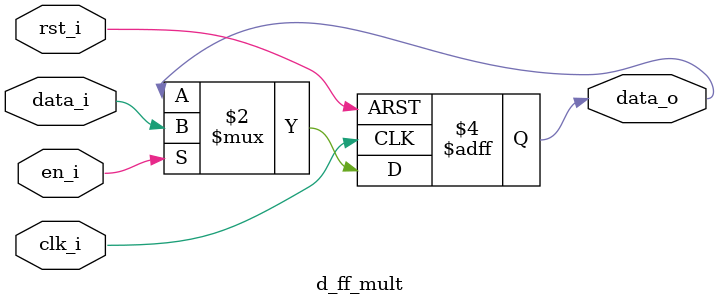
<source format=sv>
module d_ff (
    input logic clk_i,
    input logic rst_i,
    input logic en_i,
    input logic data_i,
    output logic data_o
  );

  always_ff @(posedge clk_i or posedge rst_i)
  begin
    if (rst_i)
    begin
      data_o <= 1'b0;
    end
    else if (en_i)
    begin
      data_o <= data_i;
    end
  end
endmodule

// D flip-flop with synchronous reset and enable
module d_ff_srst #(
    parameter Bits = 1
  ) (
    input logic clk_i,
    input logic srst_i,
    input logic en_i,
    input logic data_i,
    output logic data_o
  );

  always_ff @(posedge clk_i)
  begin
    if (srst_i)
    begin
      data_o <= {Bits{1'b0}};
    end
    else if (en_i)
    begin
      data_o <= data_i;
    end
  end
endmodule


// d_ff_mult #(
//             .Bits()
//           ) _inst (
//             .clk_i,
//             .rst_i,
//             .en_i,
//             .data_i,
//             .data_o()
//           );

// D flip-flop with asynchronous reset and enable
module d_ff_mult #(
    parameter Bits = 1
  ) (
    input logic clk_i,
    input logic rst_i,
    input logic en_i,
    input logic [Bits-1:0] data_i,
    output logic [Bits-1:0] data_o
  );

  always_ff @(posedge clk_i or posedge rst_i)
  begin
    if (rst_i)
    begin
      data_o <= {Bits{1'b0}};
    end
    else if (en_i)
    begin
      data_o <= data_i;
    end
  end
endmodule

</source>
